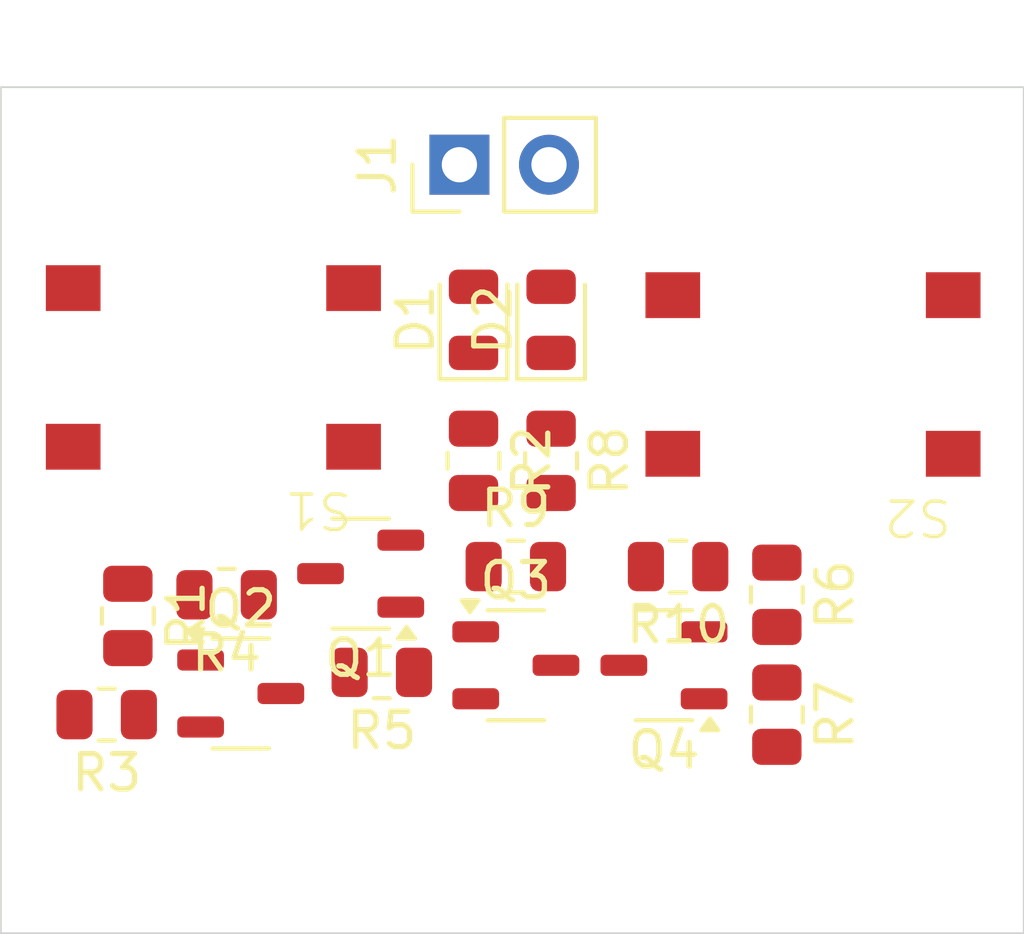
<source format=kicad_pcb>
(kicad_pcb (version 20240108) (generator "pcbnew") (generator_version "8.0")
  (layers (0 "F.Cu" signal) (31 "B.Cu" signal) (34 "B.Paste" user) (35 "F.Paste" user) (36 "B.SilkS" user "B.Silkscreen") (37 "F.SilkS" user "F.Silkscreen") (38 "B.Mask" user) (39 "F.Mask" user) (44 "Edge.Cuts" user))
  (net 0 "")
  (net 1 "VCC")
  (net 2 "Net-(D1-K)")
  (net 3 "Net-(D2-K)")
  (net 4 "GND")
  (net 5 "Net-(Q1-B)")
  (net 6 "Net-(Q1-C)")
  (net 7 "Net-(Q2-B)")
  (net 8 "Net-(Q2-E)")
  (net 9 "Net-(Q2-C)")
  (net 10 "Net-(Q3-C)")
  (net 11 "Net-(Q4-C)")
  (net 12 "Net-(Q4-B)")
  (net 13 "Net-(R1-Pad1)")
  (net 14 "Net-(R6-Pad1)")
  (footprint "Resistor_SMD:R_0805_2012Metric" (layer "F.Cu") (at 153.6 71 -90)
    (property "Reference" "R1" (at 0 -1.65 90) (layer "F.SilkS"))
    (property "Value" "1k")
    (fp_line (start -0.227064 0.735) (end 0.227064 0.735) (stroke (width 0.12)) (layer "F.SilkS"))
    (fp_line (start -0.227064 -0.735) (end 0.227064 -0.735) (stroke (width 0.12)) (layer "F.SilkS"))
    (pad "1" smd roundrect (at -0.9125 0 270) (size 1.025 1.4) (layers "F.Cu" "F.Paste" "F.Mask") (roundrect_rratio 0.243902) (net 13 "Net-(R1-Pad1)"))
    (pad "2" smd roundrect (at 0.9125 0 270) (size 1.025 1.4) (layers "F.Cu" "F.Paste" "F.Mask") (roundrect_rratio 0.243902) (net 7 "Net-(Q2-B)"))
  )
  (footprint "Connector_PinHeader_2.54mm:PinHeader_1x02_P2.54mm_Vertical" (layer "F.Cu") (at 163 58.2 90)
    (property "Reference" "J1" (at 0 -2.33 90) (layer "F.SilkS"))
    (property "Value" "Conn_01x02")
    (fp_line (start -1.33 -1.33) (end 0 -1.33) (stroke (width 0.12)) (layer "F.SilkS"))
    (fp_line (start -1.33 0) (end -1.33 -1.33) (stroke (width 0.12)) (layer "F.SilkS"))
    (fp_line (start 1.33 1.27) (end 1.33 3.87) (stroke (width 0.12)) (layer "F.SilkS"))
    (fp_line (start -1.33 1.27) (end 1.33 1.27) (stroke (width 0.12)) (layer "F.SilkS"))
    (fp_line (start -1.33 1.27) (end -1.33 3.87) (stroke (width 0.12)) (layer "F.SilkS"))
    (fp_line (start -1.33 3.87) (end 1.33 3.87) (stroke (width 0.12)) (layer "F.SilkS"))
    (pad "1" thru_hole rect (at 0 0 90) (size 1.7 1.7) (drill 1) (layers "*.Cu" "*.Mask") (net 1 "VCC"))
    (pad "2" thru_hole oval (at 0 2.54 90) (size 1.7 1.7) (drill 1) (layers "*.Cu" "*.Mask") (net 4 "GND"))
  )
  (footprint "Resistor_SMD:R_0805_2012Metric" (layer "F.Cu") (at 160.8 72.6 180)
    (property "Reference" "R5" (at 0 -1.65 360) (layer "F.SilkS"))
    (property "Value" "1k")
    (fp_line (start -0.227064 0.735) (end 0.227064 0.735) (stroke (width 0.12)) (layer "F.SilkS"))
    (fp_line (start -0.227064 -0.735) (end 0.227064 -0.735) (stroke (width 0.12)) (layer "F.SilkS"))
    (pad "1" smd roundrect (at -0.9125 0 180) (size 1.025 1.4) (layers "F.Cu" "F.Paste" "F.Mask") (roundrect_rratio 0.243902) (net 6 "Net-(Q1-C)"))
    (pad "2" smd roundrect (at 0.9125 0 180) (size 1.025 1.4) (layers "F.Cu" "F.Paste" "F.Mask") (roundrect_rratio 0.243902) (net 8 "Net-(Q2-E)"))
  )
  (footprint "Resistor_SMD:R_0805_2012Metric" (layer "F.Cu") (at 165.6 66.6 -90)
    (property "Reference" "R8" (at 0 -1.65 90) (layer "F.SilkS"))
    (property "Value" "1k")
    (fp_line (start -0.227064 0.735) (end 0.227064 0.735) (stroke (width 0.12)) (layer "F.SilkS"))
    (fp_line (start -0.227064 -0.735) (end 0.227064 -0.735) (stroke (width 0.12)) (layer "F.SilkS"))
    (pad "1" smd roundrect (at -0.9125 0 270) (size 1.025 1.4) (layers "F.Cu" "F.Paste" "F.Mask") (roundrect_rratio 0.243902) (net 3 "Net-(D2-K)"))
    (pad "2" smd roundrect (at 0.9125 0 270) (size 1.025 1.4) (layers "F.Cu" "F.Paste" "F.Mask") (roundrect_rratio 0.243902) (net 10 "Net-(Q3-C)"))
  )
  (footprint "LED_SMD:LED_0805_2012Metric" (layer "F.Cu") (at 165.6 62.6 90)
    (property "Reference" "D2" (at 0 -1.65 90) (layer "F.SilkS"))
    (property "Value" "LED")
    (fp_line (start 1 -0.96) (end -1.685 -0.96) (stroke (width 0.12)) (layer "F.SilkS"))
    (fp_line (start -1.685 -0.96) (end -1.685 0.96) (stroke (width 0.12)) (layer "F.SilkS"))
    (fp_line (start -1.685 0.96) (end 1 0.96) (stroke (width 0.12)) (layer "F.SilkS"))
    (pad "1" smd roundrect (at -0.9375 0 90) (size 0.975 1.4) (layers "F.Cu" "F.Paste" "F.Mask") (net 3 "Net-(D2-K)"))
    (pad "2" smd roundrect (at 0.9375 0 90) (size 0.975 1.4) (layers "F.Cu" "F.Paste" "F.Mask") (net 1 "VCC"))
  )
  (footprint "Resistor_SMD:R_0805_2012Metric" (layer "F.Cu") (at 164.6 69.6)
    (property "Reference" "R9" (at 0 -1.65 360) (layer "F.SilkS"))
    (property "Value" "1k")
    (fp_line (start -0.227064 -0.735) (end 0.227064 -0.735) (stroke (width 0.12)) (layer "F.SilkS"))
    (fp_line (start -0.227064 0.735) (end 0.227064 0.735) (stroke (width 0.12)) (layer "F.SilkS"))
    (pad "1" smd roundrect (at -0.9125 0) (size 1.025 1.4) (layers "F.Cu" "F.Paste" "F.Mask") (roundrect_rratio 0.243902) (net 10 "Net-(Q3-C)"))
    (pad "2" smd roundrect (at 0.9125 0) (size 1.025 1.4) (layers "F.Cu" "F.Paste" "F.Mask") (roundrect_rratio 0.243902) (net 5 "Net-(Q1-B)"))
  )
  (footprint "Package_TO_SOT_SMD:SOT-23-3" (layer "F.Cu") (at 156.8 73.2)
    (property "Reference" "Q2" (at 0 -2.4 0) (layer "F.SilkS"))
    (property "Value" "NPN")
    (fp_line (start 0 -1.56) (end -0.8 -1.56) (stroke (width 0.12)) (layer "F.SilkS"))
    (fp_line (start 0 -1.56) (end 0.8 -1.56) (stroke (width 0.12)) (layer "F.SilkS"))
    (fp_line (start 0 1.56) (end -0.8 1.56) (stroke (width 0.12)) (layer "F.SilkS"))
    (fp_line (start 0 1.56) (end 0.8 1.56) (stroke (width 0.12)) (layer "F.SilkS"))
    (fp_poly (pts (xy -1.3 -1.51) (xy -1.54 -1.84) (xy -1.06 -1.84) (xy -1.3 -1.51)) (stroke (width 0.12)) (fill solid) (layer "F.SilkS"))
    (pad "1" smd roundrect (at -1.1375 -0.95) (size 1.325 0.6) (layers "F.Cu" "F.Paste" "F.Mask") (net 9 "Net-(Q2-C)"))
    (pad "2" smd roundrect (at -1.1375 0.95) (size 1.325 0.6) (layers "F.Cu" "F.Paste" "F.Mask") (net 7 "Net-(Q2-B)"))
    (pad "3" smd roundrect (at 1.1375 0) (size 1.325 0.6) (layers "F.Cu" "F.Paste" "F.Mask") (net 8 "Net-(Q2-E)"))
  )
  (footprint "Resistor_SMD:R_0805_2012Metric" (layer "F.Cu") (at 169.2 69.6 180)
    (property "Reference" "R10" (at 0 -1.65 360) (layer "F.SilkS"))
    (property "Value" "1k")
    (fp_line (start -0.227064 0.735) (end 0.227064 0.735) (stroke (width 0.12)) (layer "F.SilkS"))
    (fp_line (start -0.227064 -0.735) (end 0.227064 -0.735) (stroke (width 0.12)) (layer "F.SilkS"))
    (pad "1" smd roundrect (at -0.9125 0 180) (size 1.025 1.4) (layers "F.Cu" "F.Paste" "F.Mask") (roundrect_rratio 0.243902) (net 1 "VCC"))
    (pad "2" smd roundrect (at 0.9125 0 180) (size 1.025 1.4) (layers "F.Cu" "F.Paste" "F.Mask") (roundrect_rratio 0.243902) (net 11 "Net-(Q4-C)"))
  )
  (footprint "Resistor_SMD:R_0805_2012Metric" (layer "F.Cu") (at 163.4 66.6 -90)
    (property "Reference" "R2" (at 0 -1.65 90) (layer "F.SilkS"))
    (property "Value" "1k")
    (fp_line (start -0.227064 0.735) (end 0.227064 0.735) (stroke (width 0.12)) (layer "F.SilkS"))
    (fp_line (start -0.227064 -0.735) (end 0.227064 -0.735) (stroke (width 0.12)) (layer "F.SilkS"))
    (pad "1" smd roundrect (at -0.9125 0 270) (size 1.025 1.4) (layers "F.Cu" "F.Paste" "F.Mask") (roundrect_rratio 0.243902) (net 2 "Net-(D1-K)"))
    (pad "2" smd roundrect (at 0.9125 0 270) (size 1.025 1.4) (layers "F.Cu" "F.Paste" "F.Mask") (roundrect_rratio 0.243902) (net 6 "Net-(Q1-C)"))
  )
  (footprint "Package_TO_SOT_SMD:SOT-23-3" (layer "F.Cu") (at 164.6 72.4)
    (property "Reference" "Q3" (at 0 -2.4 360) (layer "F.SilkS"))
    (property "Value" "NPN")
    (fp_line (start 0 -1.56) (end -0.8 -1.56) (stroke (width 0.12)) (layer "F.SilkS"))
    (fp_line (start 0 -1.56) (end 0.8 -1.56) (stroke (width 0.12)) (layer "F.SilkS"))
    (fp_line (start 0 1.56) (end -0.8 1.56) (stroke (width 0.12)) (layer "F.SilkS"))
    (fp_line (start 0 1.56) (end 0.8 1.56) (stroke (width 0.12)) (layer "F.SilkS"))
    (fp_poly (pts (xy -1.3 -1.51) (xy -1.54 -1.84) (xy -1.06 -1.84) (xy -1.3 -1.51)) (stroke (width 0.12)) (fill solid) (layer "F.SilkS"))
    (pad "1" smd roundrect (at -1.1375 -0.95) (size 1.325 0.6) (layers "F.Cu" "F.Paste" "F.Mask") (net 10 "Net-(Q3-C)"))
    (pad "2" smd roundrect (at -1.1375 0.95) (size 1.325 0.6) (layers "F.Cu" "F.Paste" "F.Mask") (net 8 "Net-(Q2-E)"))
    (pad "3" smd roundrect (at 1.1375 0) (size 1.325 0.6) (layers "F.Cu" "F.Paste" "F.Mask") (net 4 "GND"))
  )
  (footprint "ELO2:PTS645SM43SMTR92 LFS" (layer "F.Cu") (at 156 64 180)
    (property "Reference" "S1" (at -3 -4 180) (layer "F.SilkS") (effects (font (thickness 0.1))))
    (property "Value" "~" (hide yes))
    (pad "1" smd rect (at -4 -2.2 180) (size 1.55 1.3) (layers "F.Cu" "F.Paste" "F.Mask") (net 13 "Net-(R1-Pad1)"))
    (pad "2" smd rect (at 3.95 -2.2 180) (size 1.55 1.3) (layers "F.Cu" "F.Paste" "F.Mask") (net 13 "Net-(R1-Pad1)"))
    (pad "3" smd rect (at -4 2.3 180) (size 1.55 1.3) (layers "F.Cu" "F.Paste" "F.Mask") (net 1 "VCC"))
    (pad "4" smd rect (at 3.95 2.3 180) (size 1.55 1.3) (layers "F.Cu" "F.Paste" "F.Mask") (net 1 "VCC"))
  )
  (footprint "Resistor_SMD:R_0805_2012Metric" (layer "F.Cu") (at 153 73.8 180)
    (property "Reference" "R3" (at 0 -1.65 360) (layer "F.SilkS"))
    (property "Value" "1k")
    (fp_line (start -0.227064 0.735) (end 0.227064 0.735) (stroke (width 0.12)) (layer "F.SilkS"))
    (fp_line (start -0.227064 -0.735) (end 0.227064 -0.735) (stroke (width 0.12)) (layer "F.SilkS"))
    (pad "1" smd roundrect (at -0.9125 0 180) (size 1.025 1.4) (layers "F.Cu" "F.Paste" "F.Mask") (roundrect_rratio 0.243902) (net 7 "Net-(Q2-B)"))
    (pad "2" smd roundrect (at 0.9125 0 180) (size 1.025 1.4) (layers "F.Cu" "F.Paste" "F.Mask") (roundrect_rratio 0.243902) (net 4 "GND"))
  )
  (footprint "Package_TO_SOT_SMD:SOT-23-3" (layer "F.Cu") (at 160.2 69.8 180)
    (property "Reference" "Q1" (at 0 -2.4 360) (layer "F.SilkS"))
    (property "Value" "NPN")
    (fp_line (start 0 1.56) (end 0.8 1.56) (stroke (width 0.12)) (layer "F.SilkS"))
    (fp_line (start 0 1.56) (end -0.8 1.56) (stroke (width 0.12)) (layer "F.SilkS"))
    (fp_line (start 0 -1.56) (end 0.8 -1.56) (stroke (width 0.12)) (layer "F.SilkS"))
    (fp_line (start 0 -1.56) (end -0.8 -1.56) (stroke (width 0.12)) (layer "F.SilkS"))
    (fp_poly (pts (xy -1.3 -1.51) (xy -1.54 -1.84) (xy -1.06 -1.84) (xy -1.3 -1.51)) (stroke (width 0.12)) (fill solid) (layer "F.SilkS"))
    (pad "1" smd roundrect (at -1.1375 -0.95 180) (size 1.325 0.6) (layers "F.Cu" "F.Paste" "F.Mask") (net 6 "Net-(Q1-C)"))
    (pad "2" smd roundrect (at -1.1375 0.95 180) (size 1.325 0.6) (layers "F.Cu" "F.Paste" "F.Mask") (net 5 "Net-(Q1-B)"))
    (pad "3" smd roundrect (at 1.1375 0 180) (size 1.325 0.6) (layers "F.Cu" "F.Paste" "F.Mask") (net 4 "GND"))
  )
  (footprint "Resistor_SMD:R_0805_2012Metric" (layer "F.Cu") (at 156.4 70.4 180)
    (property "Reference" "R4" (at 0 -1.65 360) (layer "F.SilkS"))
    (property "Value" "1k")
    (fp_line (start -0.227064 0.735) (end 0.227064 0.735) (stroke (width 0.12)) (layer "F.SilkS"))
    (fp_line (start -0.227064 -0.735) (end 0.227064 -0.735) (stroke (width 0.12)) (layer "F.SilkS"))
    (pad "1" smd roundrect (at -0.9125 0 180) (size 1.025 1.4) (layers "F.Cu" "F.Paste" "F.Mask") (roundrect_rratio 0.243902) (net 1 "VCC"))
    (pad "2" smd roundrect (at 0.9125 0 180) (size 1.025 1.4) (layers "F.Cu" "F.Paste" "F.Mask") (roundrect_rratio 0.243902) (net 9 "Net-(Q2-C)"))
  )
  (footprint "LED_SMD:LED_0805_2012Metric" (layer "F.Cu") (at 163.4 62.6 90)
    (property "Reference" "D1" (at 0 -1.65 90) (layer "F.SilkS"))
    (property "Value" "LED")
    (fp_line (start 1 -0.96) (end -1.685 -0.96) (stroke (width 0.12)) (layer "F.SilkS"))
    (fp_line (start -1.685 -0.96) (end -1.685 0.96) (stroke (width 0.12)) (layer "F.SilkS"))
    (fp_line (start -1.685 0.96) (end 1 0.96) (stroke (width 0.12)) (layer "F.SilkS"))
    (pad "1" smd roundrect (at -0.9375 0 90) (size 0.975 1.4) (layers "F.Cu" "F.Paste" "F.Mask") (net 2 "Net-(D1-K)"))
    (pad "2" smd roundrect (at 0.9375 0 90) (size 0.975 1.4) (layers "F.Cu" "F.Paste" "F.Mask") (net 1 "VCC"))
  )
  (footprint "Resistor_SMD:R_0805_2012Metric" (layer "F.Cu") (at 172 70.4 -90)
    (property "Reference" "R6" (at 0 -1.65 90) (layer "F.SilkS"))
    (property "Value" "1k")
    (fp_line (start -0.227064 0.735) (end 0.227064 0.735) (stroke (width 0.12)) (layer "F.SilkS"))
    (fp_line (start -0.227064 -0.735) (end 0.227064 -0.735) (stroke (width 0.12)) (layer "F.SilkS"))
    (pad "1" smd roundrect (at -0.9125 0 270) (size 1.025 1.4) (layers "F.Cu" "F.Paste" "F.Mask") (roundrect_rratio 0.243902) (net 14 "Net-(R6-Pad1)"))
    (pad "2" smd roundrect (at 0.9125 0 270) (size 1.025 1.4) (layers "F.Cu" "F.Paste" "F.Mask") (roundrect_rratio 0.243902) (net 12 "Net-(Q4-B)"))
  )
  (footprint "Package_TO_SOT_SMD:SOT-23-3" (layer "F.Cu") (at 168.8 72.4 180)
    (property "Reference" "Q4" (at 0 -2.4 360) (layer "F.SilkS"))
    (property "Value" "NPN")
    (fp_line (start 0 1.56) (end 0.8 1.56) (stroke (width 0.12)) (layer "F.SilkS"))
    (fp_line (start 0 1.56) (end -0.8 1.56) (stroke (width 0.12)) (layer "F.SilkS"))
    (fp_line (start 0 -1.56) (end 0.8 -1.56) (stroke (width 0.12)) (layer "F.SilkS"))
    (fp_line (start 0 -1.56) (end -0.8 -1.56) (stroke (width 0.12)) (layer "F.SilkS"))
    (fp_poly (pts (xy -1.3 -1.51) (xy -1.54 -1.84) (xy -1.06 -1.84) (xy -1.3 -1.51)) (stroke (width 0.12)) (fill solid) (layer "F.SilkS"))
    (pad "1" smd roundrect (at -1.1375 -0.95 180) (size 1.325 0.6) (layers "F.Cu" "F.Paste" "F.Mask") (net 11 "Net-(Q4-C)"))
    (pad "2" smd roundrect (at -1.1375 0.95 180) (size 1.325 0.6) (layers "F.Cu" "F.Paste" "F.Mask") (net 12 "Net-(Q4-B)"))
    (pad "3" smd roundrect (at 1.1375 0 180) (size 1.325 0.6) (layers "F.Cu" "F.Paste" "F.Mask") (net 5 "Net-(Q1-B)"))
  )
  (footprint "Resistor_SMD:R_0805_2012Metric" (layer "F.Cu") (at 172 73.8 -90)
    (property "Reference" "R7" (at 0 -1.65 90) (layer "F.SilkS"))
    (property "Value" "1k")
    (fp_line (start -0.227064 0.735) (end 0.227064 0.735) (stroke (width 0.12)) (layer "F.SilkS"))
    (fp_line (start -0.227064 -0.735) (end 0.227064 -0.735) (stroke (width 0.12)) (layer "F.SilkS"))
    (pad "1" smd roundrect (at -0.9125 0 270) (size 1.025 1.4) (layers "F.Cu" "F.Paste" "F.Mask") (roundrect_rratio 0.243902) (net 12 "Net-(Q4-B)"))
    (pad "2" smd roundrect (at 0.9125 0 270) (size 1.025 1.4) (layers "F.Cu" "F.Paste" "F.Mask") (roundrect_rratio 0.243902) (net 4 "GND"))
  )
  (footprint "ELO2:PTS645SM43SMTR92 LFS" (layer "F.Cu") (at 173 64.2 180)
    (property "Reference" "S2" (at -3 -4 180) (layer "F.SilkS") (effects (font (thickness 0.1))))
    (property "Value" "~" (hide yes))
    (pad "1" smd rect (at -4 -2.2 180) (size 1.55 1.3) (layers "F.Cu" "F.Paste" "F.Mask") (net 14 "Net-(R6-Pad1)"))
    (pad "2" smd rect (at 3.95 -2.2 180) (size 1.55 1.3) (layers "F.Cu" "F.Paste" "F.Mask") (net 14 "Net-(R6-Pad1)"))
    (pad "3" smd rect (at -4 2.3 180) (size 1.55 1.3) (layers "F.Cu" "F.Paste" "F.Mask") (net 1 "VCC"))
    (pad "4" smd rect (at 3.95 2.3 180) (size 1.55 1.3) (layers "F.Cu" "F.Paste" "F.Mask") (net 1 "VCC"))
  )
  (gr_line (start 179 80) (end 179 56) (stroke (width 0.05)) (layer "Edge.Cuts"))
  (gr_line (start 150 56) (end 150 80) (stroke (width 0.05)) (layer "Edge.Cuts"))
  (gr_line (start 150 80) (end 179 80) (stroke (width 0.05)) (layer "Edge.Cuts"))
  (gr_line (start 179 56) (end 150 56) (stroke (width 0.05)) (layer "Edge.Cuts"))
)
</source>
